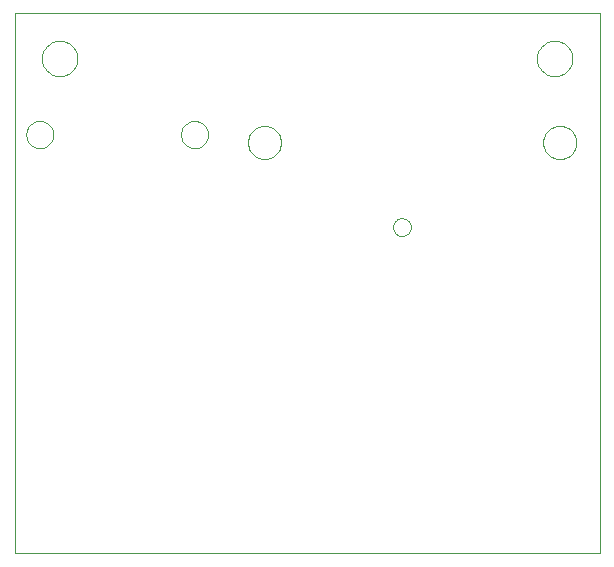
<source format=gbp>
G75*
G70*
%OFA0B0*%
%FSLAX24Y24*%
%IPPOS*%
%LPD*%
%AMOC8*
5,1,8,0,0,1.08239X$1,22.5*
%
%ADD10C,0.0000*%
D10*
X003579Y000900D02*
X003579Y018900D01*
X023079Y018900D01*
X023079Y000900D01*
X003579Y000900D01*
X016193Y011779D02*
X016195Y011813D01*
X016201Y011847D01*
X016211Y011880D01*
X016224Y011911D01*
X016242Y011941D01*
X016262Y011969D01*
X016286Y011994D01*
X016312Y012016D01*
X016340Y012034D01*
X016371Y012050D01*
X016403Y012062D01*
X016437Y012070D01*
X016471Y012074D01*
X016505Y012074D01*
X016539Y012070D01*
X016573Y012062D01*
X016605Y012050D01*
X016635Y012034D01*
X016664Y012016D01*
X016690Y011994D01*
X016714Y011969D01*
X016734Y011941D01*
X016752Y011911D01*
X016765Y011880D01*
X016775Y011847D01*
X016781Y011813D01*
X016783Y011779D01*
X016781Y011745D01*
X016775Y011711D01*
X016765Y011678D01*
X016752Y011647D01*
X016734Y011617D01*
X016714Y011589D01*
X016690Y011564D01*
X016664Y011542D01*
X016636Y011524D01*
X016605Y011508D01*
X016573Y011496D01*
X016539Y011488D01*
X016505Y011484D01*
X016471Y011484D01*
X016437Y011488D01*
X016403Y011496D01*
X016371Y011508D01*
X016340Y011524D01*
X016312Y011542D01*
X016286Y011564D01*
X016262Y011589D01*
X016242Y011617D01*
X016224Y011647D01*
X016211Y011678D01*
X016201Y011711D01*
X016195Y011745D01*
X016193Y011779D01*
X011357Y014600D02*
X011359Y014647D01*
X011365Y014693D01*
X011375Y014739D01*
X011388Y014784D01*
X011406Y014827D01*
X011427Y014869D01*
X011451Y014909D01*
X011479Y014946D01*
X011510Y014981D01*
X011544Y015014D01*
X011580Y015043D01*
X011619Y015069D01*
X011660Y015092D01*
X011703Y015111D01*
X011747Y015127D01*
X011792Y015139D01*
X011838Y015147D01*
X011885Y015151D01*
X011931Y015151D01*
X011978Y015147D01*
X012024Y015139D01*
X012069Y015127D01*
X012113Y015111D01*
X012156Y015092D01*
X012197Y015069D01*
X012236Y015043D01*
X012272Y015014D01*
X012306Y014981D01*
X012337Y014946D01*
X012365Y014909D01*
X012389Y014869D01*
X012410Y014827D01*
X012428Y014784D01*
X012441Y014739D01*
X012451Y014693D01*
X012457Y014647D01*
X012459Y014600D01*
X012457Y014553D01*
X012451Y014507D01*
X012441Y014461D01*
X012428Y014416D01*
X012410Y014373D01*
X012389Y014331D01*
X012365Y014291D01*
X012337Y014254D01*
X012306Y014219D01*
X012272Y014186D01*
X012236Y014157D01*
X012197Y014131D01*
X012156Y014108D01*
X012113Y014089D01*
X012069Y014073D01*
X012024Y014061D01*
X011978Y014053D01*
X011931Y014049D01*
X011885Y014049D01*
X011838Y014053D01*
X011792Y014061D01*
X011747Y014073D01*
X011703Y014089D01*
X011660Y014108D01*
X011619Y014131D01*
X011580Y014157D01*
X011544Y014186D01*
X011510Y014219D01*
X011479Y014254D01*
X011451Y014291D01*
X011427Y014331D01*
X011406Y014373D01*
X011388Y014416D01*
X011375Y014461D01*
X011365Y014507D01*
X011359Y014553D01*
X011357Y014600D01*
X009124Y014863D02*
X009126Y014905D01*
X009132Y014947D01*
X009142Y014989D01*
X009155Y015029D01*
X009173Y015068D01*
X009194Y015105D01*
X009218Y015139D01*
X009246Y015172D01*
X009276Y015202D01*
X009309Y015228D01*
X009344Y015252D01*
X009382Y015272D01*
X009421Y015288D01*
X009461Y015301D01*
X009503Y015310D01*
X009545Y015315D01*
X009588Y015316D01*
X009630Y015313D01*
X009672Y015306D01*
X009713Y015295D01*
X009753Y015280D01*
X009791Y015262D01*
X009828Y015240D01*
X009862Y015215D01*
X009894Y015187D01*
X009922Y015156D01*
X009948Y015122D01*
X009971Y015086D01*
X009990Y015049D01*
X010006Y015009D01*
X010018Y014968D01*
X010026Y014927D01*
X010030Y014884D01*
X010030Y014842D01*
X010026Y014799D01*
X010018Y014758D01*
X010006Y014717D01*
X009990Y014677D01*
X009971Y014640D01*
X009948Y014604D01*
X009922Y014570D01*
X009894Y014539D01*
X009862Y014511D01*
X009828Y014486D01*
X009791Y014464D01*
X009753Y014446D01*
X009713Y014431D01*
X009672Y014420D01*
X009630Y014413D01*
X009588Y014410D01*
X009545Y014411D01*
X009503Y014416D01*
X009461Y014425D01*
X009421Y014438D01*
X009382Y014454D01*
X009344Y014474D01*
X009309Y014498D01*
X009276Y014524D01*
X009246Y014554D01*
X009218Y014587D01*
X009194Y014621D01*
X009173Y014658D01*
X009155Y014697D01*
X009142Y014737D01*
X009132Y014779D01*
X009126Y014821D01*
X009124Y014863D01*
X004488Y017400D02*
X004490Y017448D01*
X004496Y017496D01*
X004506Y017543D01*
X004519Y017589D01*
X004537Y017634D01*
X004557Y017678D01*
X004582Y017720D01*
X004610Y017759D01*
X004640Y017796D01*
X004674Y017830D01*
X004711Y017862D01*
X004749Y017891D01*
X004790Y017916D01*
X004833Y017938D01*
X004878Y017956D01*
X004924Y017970D01*
X004971Y017981D01*
X005019Y017988D01*
X005067Y017991D01*
X005115Y017990D01*
X005163Y017985D01*
X005211Y017976D01*
X005257Y017964D01*
X005302Y017947D01*
X005346Y017927D01*
X005388Y017904D01*
X005428Y017877D01*
X005466Y017847D01*
X005501Y017814D01*
X005533Y017778D01*
X005563Y017740D01*
X005589Y017699D01*
X005611Y017656D01*
X005631Y017612D01*
X005646Y017567D01*
X005658Y017520D01*
X005666Y017472D01*
X005670Y017424D01*
X005670Y017376D01*
X005666Y017328D01*
X005658Y017280D01*
X005646Y017233D01*
X005631Y017188D01*
X005611Y017144D01*
X005589Y017101D01*
X005563Y017060D01*
X005533Y017022D01*
X005501Y016986D01*
X005466Y016953D01*
X005428Y016923D01*
X005388Y016896D01*
X005346Y016873D01*
X005302Y016853D01*
X005257Y016836D01*
X005211Y016824D01*
X005163Y016815D01*
X005115Y016810D01*
X005067Y016809D01*
X005019Y016812D01*
X004971Y016819D01*
X004924Y016830D01*
X004878Y016844D01*
X004833Y016862D01*
X004790Y016884D01*
X004749Y016909D01*
X004711Y016938D01*
X004674Y016970D01*
X004640Y017004D01*
X004610Y017041D01*
X004582Y017080D01*
X004557Y017122D01*
X004537Y017166D01*
X004519Y017211D01*
X004506Y017257D01*
X004496Y017304D01*
X004490Y017352D01*
X004488Y017400D01*
X003967Y014863D02*
X003969Y014905D01*
X003975Y014947D01*
X003985Y014989D01*
X003998Y015029D01*
X004016Y015068D01*
X004037Y015105D01*
X004061Y015139D01*
X004089Y015172D01*
X004119Y015202D01*
X004152Y015228D01*
X004187Y015252D01*
X004225Y015272D01*
X004264Y015288D01*
X004304Y015301D01*
X004346Y015310D01*
X004388Y015315D01*
X004431Y015316D01*
X004473Y015313D01*
X004515Y015306D01*
X004556Y015295D01*
X004596Y015280D01*
X004634Y015262D01*
X004671Y015240D01*
X004705Y015215D01*
X004737Y015187D01*
X004765Y015156D01*
X004791Y015122D01*
X004814Y015086D01*
X004833Y015049D01*
X004849Y015009D01*
X004861Y014968D01*
X004869Y014927D01*
X004873Y014884D01*
X004873Y014842D01*
X004869Y014799D01*
X004861Y014758D01*
X004849Y014717D01*
X004833Y014677D01*
X004814Y014640D01*
X004791Y014604D01*
X004765Y014570D01*
X004737Y014539D01*
X004705Y014511D01*
X004671Y014486D01*
X004634Y014464D01*
X004596Y014446D01*
X004556Y014431D01*
X004515Y014420D01*
X004473Y014413D01*
X004431Y014410D01*
X004388Y014411D01*
X004346Y014416D01*
X004304Y014425D01*
X004264Y014438D01*
X004225Y014454D01*
X004187Y014474D01*
X004152Y014498D01*
X004119Y014524D01*
X004089Y014554D01*
X004061Y014587D01*
X004037Y014621D01*
X004016Y014658D01*
X003998Y014697D01*
X003985Y014737D01*
X003975Y014779D01*
X003969Y014821D01*
X003967Y014863D01*
X021199Y014600D02*
X021201Y014647D01*
X021207Y014693D01*
X021217Y014739D01*
X021230Y014784D01*
X021248Y014827D01*
X021269Y014869D01*
X021293Y014909D01*
X021321Y014946D01*
X021352Y014981D01*
X021386Y015014D01*
X021422Y015043D01*
X021461Y015069D01*
X021502Y015092D01*
X021545Y015111D01*
X021589Y015127D01*
X021634Y015139D01*
X021680Y015147D01*
X021727Y015151D01*
X021773Y015151D01*
X021820Y015147D01*
X021866Y015139D01*
X021911Y015127D01*
X021955Y015111D01*
X021998Y015092D01*
X022039Y015069D01*
X022078Y015043D01*
X022114Y015014D01*
X022148Y014981D01*
X022179Y014946D01*
X022207Y014909D01*
X022231Y014869D01*
X022252Y014827D01*
X022270Y014784D01*
X022283Y014739D01*
X022293Y014693D01*
X022299Y014647D01*
X022301Y014600D01*
X022299Y014553D01*
X022293Y014507D01*
X022283Y014461D01*
X022270Y014416D01*
X022252Y014373D01*
X022231Y014331D01*
X022207Y014291D01*
X022179Y014254D01*
X022148Y014219D01*
X022114Y014186D01*
X022078Y014157D01*
X022039Y014131D01*
X021998Y014108D01*
X021955Y014089D01*
X021911Y014073D01*
X021866Y014061D01*
X021820Y014053D01*
X021773Y014049D01*
X021727Y014049D01*
X021680Y014053D01*
X021634Y014061D01*
X021589Y014073D01*
X021545Y014089D01*
X021502Y014108D01*
X021461Y014131D01*
X021422Y014157D01*
X021386Y014186D01*
X021352Y014219D01*
X021321Y014254D01*
X021293Y014291D01*
X021269Y014331D01*
X021248Y014373D01*
X021230Y014416D01*
X021217Y014461D01*
X021207Y014507D01*
X021201Y014553D01*
X021199Y014600D01*
X020988Y017400D02*
X020990Y017448D01*
X020996Y017496D01*
X021006Y017543D01*
X021019Y017589D01*
X021037Y017634D01*
X021057Y017678D01*
X021082Y017720D01*
X021110Y017759D01*
X021140Y017796D01*
X021174Y017830D01*
X021211Y017862D01*
X021249Y017891D01*
X021290Y017916D01*
X021333Y017938D01*
X021378Y017956D01*
X021424Y017970D01*
X021471Y017981D01*
X021519Y017988D01*
X021567Y017991D01*
X021615Y017990D01*
X021663Y017985D01*
X021711Y017976D01*
X021757Y017964D01*
X021802Y017947D01*
X021846Y017927D01*
X021888Y017904D01*
X021928Y017877D01*
X021966Y017847D01*
X022001Y017814D01*
X022033Y017778D01*
X022063Y017740D01*
X022089Y017699D01*
X022111Y017656D01*
X022131Y017612D01*
X022146Y017567D01*
X022158Y017520D01*
X022166Y017472D01*
X022170Y017424D01*
X022170Y017376D01*
X022166Y017328D01*
X022158Y017280D01*
X022146Y017233D01*
X022131Y017188D01*
X022111Y017144D01*
X022089Y017101D01*
X022063Y017060D01*
X022033Y017022D01*
X022001Y016986D01*
X021966Y016953D01*
X021928Y016923D01*
X021888Y016896D01*
X021846Y016873D01*
X021802Y016853D01*
X021757Y016836D01*
X021711Y016824D01*
X021663Y016815D01*
X021615Y016810D01*
X021567Y016809D01*
X021519Y016812D01*
X021471Y016819D01*
X021424Y016830D01*
X021378Y016844D01*
X021333Y016862D01*
X021290Y016884D01*
X021249Y016909D01*
X021211Y016938D01*
X021174Y016970D01*
X021140Y017004D01*
X021110Y017041D01*
X021082Y017080D01*
X021057Y017122D01*
X021037Y017166D01*
X021019Y017211D01*
X021006Y017257D01*
X020996Y017304D01*
X020990Y017352D01*
X020988Y017400D01*
M02*

</source>
